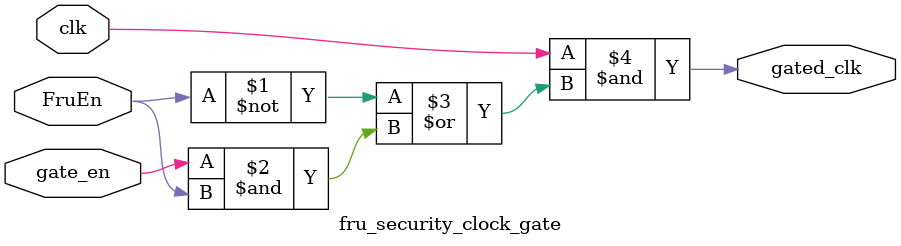
<source format=sv>
module fru_security_clock_gate (
    input    clk,
    input    gate_en,
    input    FruEn,
    output   gated_clk,
);
    assign gated_clk = clk & (~FruEn | (gate_en & FruEn));

endmodule
</source>
